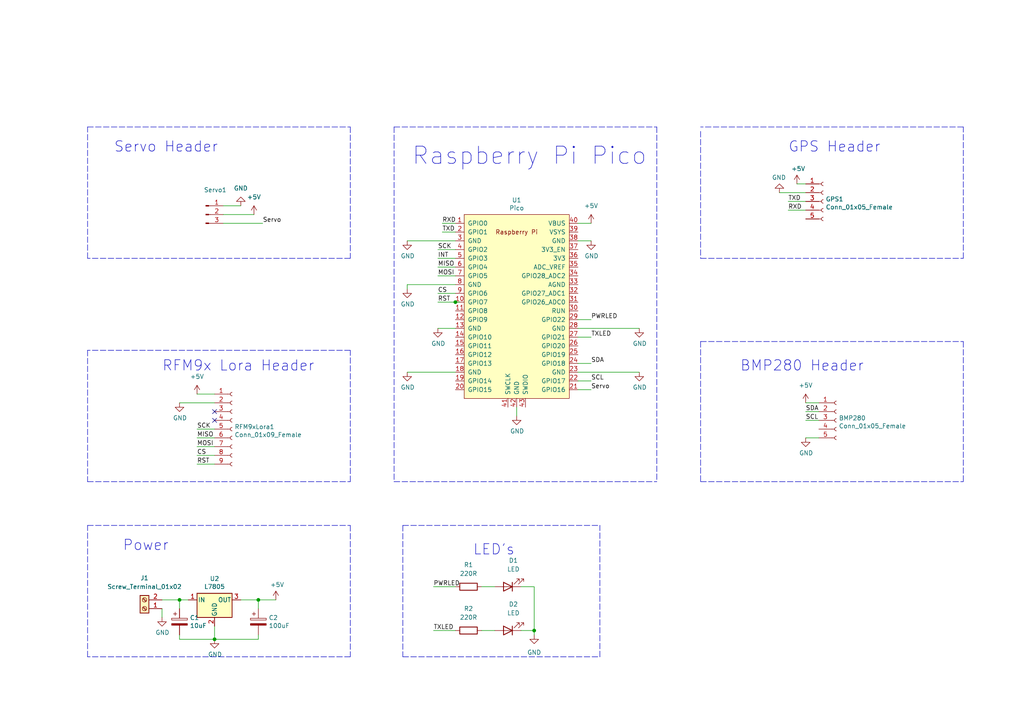
<source format=kicad_sch>
(kicad_sch (version 20211123) (generator eeschema)
  (paper "A4")
  (title_block (title "CanSat Main Board") (date "2022-01-13") (rev "P1") (company "Old Palace School "))
  (lib_symbols
    (symbol "Connector:Conn_01x03_Male" (pin_names (offset 1.016) hide)
      (property "Reference" "J" (at 0 5.08 0))
      (property "Value" "Conn_01x03_Male" (at 0 -5.08 0))
      (symbol "Conn_01x03_Male_1_1"
        (polyline (pts (xy 1.27 -2.54) (xy 0.8636 -2.54)) (stroke (width 0.1524)))
        (polyline (pts (xy 1.27 0) (xy 0.8636 0)) (stroke (width 0.1524)))
        (polyline (pts (xy 1.27 2.54) (xy 0.8636 2.54)) (stroke (width 0.1524)))
        (rectangle (start 0.8636 -2.413) (end 0 -2.667) (stroke (width 0.1524)) (fill (type outline)))
        (rectangle (start 0.8636 0.127) (end 0 -0.127) (stroke (width 0.1524)) (fill (type outline)))
        (rectangle (start 0.8636 2.667) (end 0 2.413) (stroke (width 0.1524)) (fill (type outline)))
        (pin passive line (at 5.08 2.54 180) (length 3.81) (name "Pin_1") (number "1"))
        (pin passive line (at 5.08 0 180) (length 3.81) (name "Pin_2") (number "2"))
        (pin passive line (at 5.08 -2.54 180) (length 3.81) (name "Pin_3") (number "3"))
      )
    )
    (symbol "Connector:Conn_01x05_Female" (pin_names (offset 1.016) hide)
      (property "Reference" "J" (at 0 7.62 0))
      (property "Value" "Conn_01x05_Female" (at 0 -7.62 0))
      (symbol "Conn_01x05_Female_1_1"
        (arc (start 0 -4.572) (mid -0.508 -5.08) (end 0 -5.588) (stroke (width 0.1524)))
        (arc (start 0 -2.032) (mid -0.508 -2.54) (end 0 -3.048) (stroke (width 0.1524)))
        (polyline (pts (xy -1.27 -5.08) (xy -0.508 -5.08)) (stroke (width 0.1524)))
        (polyline (pts (xy -1.27 -2.54) (xy -0.508 -2.54)) (stroke (width 0.1524)))
        (polyline (pts (xy -1.27 0) (xy -0.508 0)) (stroke (width 0.1524)))
        (polyline (pts (xy -1.27 2.54) (xy -0.508 2.54)) (stroke (width 0.1524)))
        (polyline (pts (xy -1.27 5.08) (xy -0.508 5.08)) (stroke (width 0.1524)))
        (arc (start 0 0.508) (mid -0.508 0) (end 0 -0.508) (stroke (width 0.1524)))
        (arc (start 0 3.048) (mid -0.508 2.54) (end 0 2.032) (stroke (width 0.1524)))
        (arc (start 0 5.588) (mid -0.508 5.08) (end 0 4.572) (stroke (width 0.1524)))
        (pin passive line (at -5.08 5.08 0) (length 3.81) (name "Pin_1") (number "1"))
        (pin passive line (at -5.08 2.54 0) (length 3.81) (name "Pin_2") (number "2"))
        (pin passive line (at -5.08 0 0) (length 3.81) (name "Pin_3") (number "3"))
        (pin passive line (at -5.08 -2.54 0) (length 3.81) (name "Pin_4") (number "4"))
        (pin passive line (at -5.08 -5.08 0) (length 3.81) (name "Pin_5") (number "5"))
      )
    )
    (symbol "Connector:Conn_01x09_Female" (pin_names (offset 1.016) hide)
      (property "Reference" "J" (at 0 12.7 0))
      (property "Value" "Conn_01x09_Female" (at 0 -12.7 0))
      (symbol "Conn_01x09_Female_1_1"
        (arc (start 0 -9.652) (mid -0.508 -10.16) (end 0 -10.668) (stroke (width 0.1524)))
        (arc (start 0 -7.112) (mid -0.508 -7.62) (end 0 -8.128) (stroke (width 0.1524)))
        (arc (start 0 -4.572) (mid -0.508 -5.08) (end 0 -5.588) (stroke (width 0.1524)))
        (arc (start 0 -2.032) (mid -0.508 -2.54) (end 0 -3.048) (stroke (width 0.1524)))
        (polyline (pts (xy -1.27 -10.16) (xy -0.508 -10.16)) (stroke (width 0.1524)))
        (polyline (pts (xy -1.27 -7.62) (xy -0.508 -7.62)) (stroke (width 0.1524)))
        (polyline (pts (xy -1.27 -5.08) (xy -0.508 -5.08)) (stroke (width 0.1524)))
        (polyline (pts (xy -1.27 -2.54) (xy -0.508 -2.54)) (stroke (width 0.1524)))
        (polyline (pts (xy -1.27 0) (xy -0.508 0)) (stroke (width 0.1524)))
        (polyline (pts (xy -1.27 2.54) (xy -0.508 2.54)) (stroke (width 0.1524)))
        (polyline (pts (xy -1.27 5.08) (xy -0.508 5.08)) (stroke (width 0.1524)))
        (polyline (pts (xy -1.27 7.62) (xy -0.508 7.62)) (stroke (width 0.1524)))
        (polyline (pts (xy -1.27 10.16) (xy -0.508 10.16)) (stroke (width 0.1524)))
        (arc (start 0 0.508) (mid -0.508 0) (end 0 -0.508) (stroke (width 0.1524)))
        (arc (start 0 3.048) (mid -0.508 2.54) (end 0 2.032) (stroke (width 0.1524)))
        (arc (start 0 5.588) (mid -0.508 5.08) (end 0 4.572) (stroke (width 0.1524)))
        (arc (start 0 8.128) (mid -0.508 7.62) (end 0 7.112) (stroke (width 0.1524)))
        (arc (start 0 10.668) (mid -0.508 10.16) (end 0 9.652) (stroke (width 0.1524)))
        (pin passive line (at -5.08 10.16 0) (length 3.81) (name "Pin_1") (number "1"))
        (pin passive line (at -5.08 7.62 0) (length 3.81) (name "Pin_2") (number "2"))
        (pin passive line (at -5.08 5.08 0) (length 3.81) (name "Pin_3") (number "3"))
        (pin passive line (at -5.08 2.54 0) (length 3.81) (name "Pin_4") (number "4"))
        (pin passive line (at -5.08 0 0) (length 3.81) (name "Pin_5") (number "5"))
        (pin passive line (at -5.08 -2.54 0) (length 3.81) (name "Pin_6") (number "6"))
        (pin passive line (at -5.08 -5.08 0) (length 3.81) (name "Pin_7") (number "7"))
        (pin passive line (at -5.08 -7.62 0) (length 3.81) (name "Pin_8") (number "8"))
        (pin passive line (at -5.08 -10.16 0) (length 3.81) (name "Pin_9") (number "9"))
      )
    )
    (symbol "Connector:Screw_Terminal_01x02" (pin_names (offset 1.016) hide)
      (property "Reference" "J" (at 0 2.54 0))
      (property "Value" "Screw_Terminal_01x02" (at 0 -5.08 0))
      (symbol "Screw_Terminal_01x02_1_1"
        (rectangle (start -1.27 1.27) (end 1.27 -3.81) (stroke (width 0.254)) (fill (type background)))
        (circle (center 0 -2.54) (radius 0.635) (stroke (width 0.1524)))
        (polyline (pts (xy -0.5334 -2.2098) (xy 0.3302 -3.048)) (stroke (width 0.1524)))
        (polyline (pts (xy -0.5334 0.3302) (xy 0.3302 -0.508)) (stroke (width 0.1524)))
        (polyline (pts (xy -0.3556 -2.032) (xy 0.508 -2.8702)) (stroke (width 0.1524)))
        (polyline (pts (xy -0.3556 0.508) (xy 0.508 -0.3302)) (stroke (width 0.1524)))
        (circle (center 0 0) (radius 0.635) (stroke (width 0.1524)))
        (pin passive line (at -5.08 0 0) (length 3.81) (name "Pin_1") (number "1"))
        (pin passive line (at -5.08 -2.54 0) (length 3.81) (name "Pin_2") (number "2"))
      )
    )
    (symbol "Device:CP" (pin_numbers hide) (pin_names (offset 0.254))
      (property "Reference" "C" (at 0.635 2.54 0))
      (property "Value" "Device_CP" (at 0.635 -2.54 0))
      (symbol "CP_0_1"
        (rectangle (start -2.286 0.508) (end 2.286 1.016))
        (polyline (pts (xy -1.778 2.286) (xy -0.762 2.286)))
        (polyline (pts (xy -1.27 2.794) (xy -1.27 1.778)))
        (rectangle (start 2.286 -0.508) (end -2.286 -1.016) (fill (type outline)))
      )
      (symbol "CP_1_1"
        (pin passive line (at 0 3.81 270) (length 2.794) (name "~") (number "1"))
        (pin passive line (at 0 -3.81 90) (length 2.794) (name "~") (number "2"))
      )
    )
    (symbol "Device:LED" (pin_numbers hide) (pin_names (offset 1.016) hide)
      (property "Reference" "D" (at 0 2.54 0))
      (property "Value" "LED" (at 0 -2.54 0))
      (symbol "LED_0_1"
        (polyline (pts (xy -1.27 -1.27) (xy -1.27 1.27)) (stroke (width 0.254)))
        (polyline (pts (xy -1.27 0) (xy 1.27 0)))
        (polyline (pts (xy 1.27 -1.27) (xy 1.27 1.27) (xy -1.27 0) (xy 1.27 -1.27)) (stroke (width 0.254)))
        (polyline (pts (xy -3.048 -0.762) (xy -4.572 -2.286) (xy -3.81 -2.286) (xy -4.572 -2.286) (xy -4.572 -1.524)))
        (polyline (pts (xy -1.778 -0.762) (xy -3.302 -2.286) (xy -2.54 -2.286) (xy -3.302 -2.286) (xy -3.302 -1.524)))
      )
      (symbol "LED_1_1"
        (pin passive line (at -3.81 0 0) (length 2.54) (name "K") (number "1"))
        (pin passive line (at 3.81 0 180) (length 2.54) (name "A") (number "2"))
      )
    )
    (symbol "Device:R" (pin_numbers hide) (pin_names (offset 0))
      (property "Reference" "R" (at 2.032 0 90))
      (property "Value" "R" (at 0 0 90))
      (symbol "R_0_1"
        (rectangle (start -1.016 -2.54) (end 1.016 2.54) (stroke (width 0.254)))
      )
      (symbol "R_1_1"
        (pin passive line (at 0 3.81 270) (length 1.27) (name "~") (number "1"))
        (pin passive line (at 0 -3.81 90) (length 1.27) (name "~") (number "2"))
      )
    )
    (symbol "MCU_RaspberryPi_and_Boards:Pico" (pin_names (offset 1.016))
      (property "Reference" "U" (at -13.97 27.94 0))
      (property "Value" "Pico" (at 0 19.05 0))
      (symbol "Pico_0_0"
        (text "Raspberry Pi" (at 0 21.59 0) (effects (font (size 1.27 1.27))))
      )
      (symbol "Pico_0_1"
        (rectangle (start -15.24 26.67) (end 15.24 -26.67) (fill (type background)))
      )
      (symbol "Pico_1_1"
        (pin bidirectional line (at -17.78 24.13 0) (length 2.54) (name "GPIO0") (number "1"))
        (pin bidirectional line (at -17.78 1.27 0) (length 2.54) (name "GPIO7") (number "10"))
        (pin bidirectional line (at -17.78 -1.27 0) (length 2.54) (name "GPIO8") (number "11"))
        (pin bidirectional line (at -17.78 -3.81 0) (length 2.54) (name "GPIO9") (number "12"))
        (pin power_in line (at -17.78 -6.35 0) (length 2.54) (name "GND") (number "13"))
        (pin bidirectional line (at -17.78 -8.89 0) (length 2.54) (name "GPIO10") (number "14"))
        (pin bidirectional line (at -17.78 -11.43 0) (length 2.54) (name "GPIO11") (number "15"))
        (pin bidirectional line (at -17.78 -13.97 0) (length 2.54) (name "GPIO12") (number "16"))
        (pin bidirectional line (at -17.78 -16.51 0) (length 2.54) (name "GPIO13") (number "17"))
        (pin power_in line (at -17.78 -19.05 0) (length 2.54) (name "GND") (number "18"))
        (pin bidirectional line (at -17.78 -21.59 0) (length 2.54) (name "GPIO14") (number "19"))
        (pin bidirectional line (at -17.78 21.59 0) (length 2.54) (name "GPIO1") (number "2"))
        (pin bidirectional line (at -17.78 -24.13 0) (length 2.54) (name "GPIO15") (number "20"))
        (pin bidirectional line (at 17.78 -24.13 180) (length 2.54) (name "GPIO16") (number "21"))
        (pin bidirectional line (at 17.78 -21.59 180) (length 2.54) (name "GPIO17") (number "22"))
        (pin power_in line (at 17.78 -19.05 180) (length 2.54) (name "GND") (number "23"))
        (pin bidirectional line (at 17.78 -16.51 180) (length 2.54) (name "GPIO18") (number "24"))
        (pin bidirectional line (at 17.78 -13.97 180) (length 2.54) (name "GPIO19") (number "25"))
        (pin bidirectional line (at 17.78 -11.43 180) (length 2.54) (name "GPIO20") (number "26"))
        (pin bidirectional line (at 17.78 -8.89 180) (length 2.54) (name "GPIO21") (number "27"))
        (pin power_in line (at 17.78 -6.35 180) (length 2.54) (name "GND") (number "28"))
        (pin bidirectional line (at 17.78 -3.81 180) (length 2.54) (name "GPIO22") (number "29"))
        (pin power_in line (at -17.78 19.05 0) (length 2.54) (name "GND") (number "3"))
        (pin input line (at 17.78 -1.27 180) (length 2.54) (name "RUN") (number "30"))
        (pin bidirectional line (at 17.78 1.27 180) (length 2.54) (name "GPIO26_ADC0") (number "31"))
        (pin bidirectional line (at 17.78 3.81 180) (length 2.54) (name "GPIO27_ADC1") (number "32"))
        (pin power_in line (at 17.78 6.35 180) (length 2.54) (name "AGND") (number "33"))
        (pin bidirectional line (at 17.78 8.89 180) (length 2.54) (name "GPIO28_ADC2") (number "34"))
        (pin unspecified line (at 17.78 11.43 180) (length 2.54) (name "ADC_VREF") (number "35"))
        (pin unspecified line (at 17.78 13.97 180) (length 2.54) (name "3V3") (number "36"))
        (pin input line (at 17.78 16.51 180) (length 2.54) (name "3V3_EN") (number "37"))
        (pin bidirectional line (at 17.78 19.05 180) (length 2.54) (name "GND") (number "38"))
        (pin unspecified line (at 17.78 21.59 180) (length 2.54) (name "VSYS") (number "39"))
        (pin bidirectional line (at -17.78 16.51 0) (length 2.54) (name "GPIO2") (number "4"))
        (pin unspecified line (at 17.78 24.13 180) (length 2.54) (name "VBUS") (number "40"))
        (pin input line (at -2.54 -29.21 90) (length 2.54) (name "SWCLK") (number "41"))
        (pin power_in line (at 0 -29.21 90) (length 2.54) (name "GND") (number "42"))
        (pin bidirectional line (at 2.54 -29.21 90) (length 2.54) (name "SWDIO") (number "43"))
        (pin bidirectional line (at -17.78 13.97 0) (length 2.54) (name "GPIO3") (number "5"))
        (pin bidirectional line (at -17.78 11.43 0) (length 2.54) (name "GPIO4") (number "6"))
        (pin bidirectional line (at -17.78 8.89 0) (length 2.54) (name "GPIO5") (number "7"))
        (pin power_in line (at -17.78 6.35 0) (length 2.54) (name "GND") (number "8"))
        (pin bidirectional line (at -17.78 3.81 0) (length 2.54) (name "GPIO6") (number "9"))
      )
    )
    (symbol "Regulator_Linear:L7805" (pin_names (offset 0.254))
      (property "Reference" "U" (at -3.81 3.175 0))
      (property "Value" "L7805" (at 0 3.175 0))
      (symbol "L7805_0_1"
        (rectangle (start -5.08 1.905) (end 5.08 -5.08) (stroke (width 0.254)) (fill (type background)))
      )
      (symbol "L7805_1_1"
        (pin power_in line (at -7.62 0 0) (length 2.54) (name "IN") (number "1"))
        (pin power_in line (at 0 -7.62 90) (length 2.54) (name "GND") (number "2"))
        (pin power_out line (at 7.62 0 180) (length 2.54) (name "OUT") (number "3"))
      )
    )
    (symbol "power:+5V" (power) (pin_names (offset 0))
      (property "Value" "+5V" (at 0 3.556 0))
      (symbol "+5V_0_1"
        (polyline (pts (xy -0.762 1.27) (xy 0 2.54)))
        (polyline (pts (xy 0 0) (xy 0 2.54)))
        (polyline (pts (xy 0 2.54) (xy 0.762 1.27)))
      )
      (symbol "+5V_1_1"
        (pin power_in line (at 0 0 90) (length 0) hide (name "+5V") (number "1"))
      )
    )
    (symbol "power:GND" (power) (pin_names (offset 0))
      (property "Value" "GND" (at 0 -3.81 0))
      (symbol "GND_0_1"
        (polyline (pts (xy 0 0) (xy 0 -1.27) (xy 1.27 -1.27) (xy 0 -2.54) (xy -1.27 -1.27) (xy 0 -1.27)))
      )
      (symbol "GND_1_1"
        (pin power_in line (at 0 0 270) (length 0) hide (name "GND") (number "1"))
      )
    )
  )
  (junction (at 154.94 182.88))
  (junction (at 74.93 173.99))
  (junction (at 62.23 185.42))
  (junction (at 52.07 173.99))
  (junction (at 132.08 87.63))
  (no_connect (at 62.23 119.38))
  (no_connect (at 62.23 121.92))
  (polyline (pts (xy 279.4 74.93) (xy 279.4 36.83)))
  (polyline (pts (xy 25.4 74.93) (xy 25.4 36.83)))
  (wire (pts (xy 139.7 170.18) (xy 143.51 170.18)))
  (polyline (pts (xy 101.6 152.4) (xy 101.6 190.5)))
  (wire (pts (xy 237.49 127) (xy 233.68 127)))
  (wire (pts (xy 127 77.47) (xy 132.08 77.47)))
  (polyline (pts (xy 114.3 36.83) (xy 190.5 36.83)))
  (wire (pts (xy 62.23 129.54) (xy 57.15 129.54)))
  (wire (pts (xy 118.11 82.55) (xy 132.08 82.55)))
  (polyline (pts (xy 25.4 101.6) (xy 25.4 139.7)))
  (wire (pts (xy 64.77 62.23) (xy 73.66 62.23)))
  (wire (pts (xy 74.93 173.99) (xy 80.01 173.99)))
  (wire (pts (xy 74.93 185.42) (xy 62.23 185.42)))
  (wire (pts (xy 233.68 55.88) (xy 226.06 55.88)))
  (wire (pts (xy 46.99 173.99) (xy 52.07 173.99)))
  (wire (pts (xy 46.99 176.53) (xy 46.99 179.07)))
  (wire (pts (xy 139.7 182.88) (xy 143.51 182.88)))
  (polyline (pts (xy 203.2 99.06) (xy 279.4 99.06)))
  (wire (pts (xy 167.64 92.71) (xy 171.45 92.71)))
  (polyline (pts (xy 190.5 36.83) (xy 190.5 139.7)))
  (wire (pts (xy 237.49 116.84) (xy 233.68 116.84)))
  (wire (pts (xy 237.49 119.38) (xy 233.68 119.38)))
  (wire (pts (xy 233.68 60.96) (xy 228.6 60.96)))
  (wire (pts (xy 69.85 173.99) (xy 74.93 173.99)))
  (polyline (pts (xy 114.3 139.7) (xy 190.5 139.7)))
  (wire (pts (xy 125.73 182.88) (xy 132.08 182.88)))
  (polyline (pts (xy 203.2 74.93) (xy 279.4 74.93)))
  (wire (pts (xy 151.13 182.88) (xy 154.94 182.88)))
  (wire (pts (xy 127 85.09) (xy 132.08 85.09)))
  (wire (pts (xy 52.07 173.99) (xy 54.61 173.99)))
  (wire (pts (xy 62.23 116.84) (xy 52.07 116.84)))
  (wire (pts (xy 167.64 107.95) (xy 185.42 107.95)))
  (polyline (pts (xy 25.4 139.7) (xy 101.6 139.7)))
  (wire (pts (xy 237.49 121.92) (xy 233.68 121.92)))
  (polyline (pts (xy 114.3 36.83) (xy 114.3 139.7)))
  (wire (pts (xy 167.64 64.77) (xy 171.45 64.77)))
  (wire (pts (xy 62.23 181.61) (xy 62.23 185.42)))
  (polyline (pts (xy 25.4 190.5) (xy 25.4 152.4)))
  (wire (pts (xy 167.64 97.79) (xy 171.45 97.79)))
  (wire (pts (xy 118.11 69.85) (xy 132.08 69.85)))
  (polyline (pts (xy 173.99 190.5) (xy 173.99 152.4)))
  (wire (pts (xy 167.64 110.49) (xy 171.45 110.49)))
  (polyline (pts (xy 25.4 152.4) (xy 101.6 152.4)))
  (polyline (pts (xy 279.4 99.06) (xy 279.4 139.7)))
  (wire (pts (xy 64.77 64.77) (xy 76.2 64.77)))
  (wire (pts (xy 52.07 185.42) (xy 62.23 185.42)))
  (wire (pts (xy 149.86 118.11) (xy 149.86 120.65)))
  (polyline (pts (xy 203.2 38.1) (xy 203.2 74.93)))
  (wire (pts (xy 62.23 127) (xy 57.15 127)))
  (polyline (pts (xy 25.4 36.83) (xy 101.6 36.83)))
  (wire (pts (xy 132.08 87.63) (xy 133.35 87.63)))
  (wire (pts (xy 64.77 59.69) (xy 69.85 59.69)))
  (wire (pts (xy 127 95.25) (xy 132.08 95.25)))
  (polyline (pts (xy 203.2 99.06) (xy 203.2 139.7)))
  (polyline (pts (xy 279.4 36.83) (xy 203.2 36.83)))
  (wire (pts (xy 57.15 134.62) (xy 62.23 134.62)))
  (polyline (pts (xy 101.6 74.93) (xy 25.4 74.93)))
  (wire (pts (xy 167.64 69.85) (xy 171.45 69.85)))
  (wire (pts (xy 127 80.01) (xy 132.08 80.01)))
  (wire (pts (xy 74.93 184.15) (xy 74.93 185.42)))
  (wire (pts (xy 62.23 132.08) (xy 57.15 132.08)))
  (wire (pts (xy 154.94 170.18) (xy 154.94 182.88)))
  (wire (pts (xy 127 87.63) (xy 132.08 87.63)))
  (wire (pts (xy 125.73 170.18) (xy 132.08 170.18)))
  (wire (pts (xy 118.11 82.55) (xy 118.11 83.82)))
  (wire (pts (xy 233.68 53.34) (xy 231.14 53.34)))
  (wire (pts (xy 154.94 182.88) (xy 154.94 184.15)))
  (wire (pts (xy 167.64 113.03) (xy 171.45 113.03)))
  (wire (pts (xy 74.93 173.99) (xy 74.93 176.53)))
  (wire (pts (xy 52.07 176.53) (xy 52.07 173.99)))
  (wire (pts (xy 128.27 64.77) (xy 132.08 64.77)))
  (wire (pts (xy 62.23 124.46) (xy 57.15 124.46)))
  (polyline (pts (xy 101.6 190.5) (xy 25.4 190.5)))
  (wire (pts (xy 118.11 107.95) (xy 132.08 107.95)))
  (polyline (pts (xy 101.6 36.83) (xy 101.6 74.93)))
  (wire (pts (xy 151.13 170.18) (xy 154.94 170.18)))
  (polyline (pts (xy 101.6 139.7) (xy 101.6 101.6)))
  (wire (pts (xy 167.64 95.25) (xy 185.42 95.25)))
  (polyline (pts (xy 116.84 152.4) (xy 173.99 152.4)))
  (wire (pts (xy 128.27 67.31) (xy 132.08 67.31)))
  (wire (pts (xy 167.64 105.41) (xy 171.45 105.41)))
  (wire (pts (xy 233.68 58.42) (xy 228.6 58.42)))
  (wire (pts (xy 127 72.39) (xy 132.08 72.39)))
  (polyline (pts (xy 116.84 152.4) (xy 116.84 190.5)))
  (polyline (pts (xy 116.84 190.5) (xy 173.99 190.5)))
  (wire (pts (xy 62.23 114.3) (xy 57.15 114.3)))
  (wire (pts (xy 52.07 184.15) (xy 52.07 185.42)))
  (polyline (pts (xy 101.6 101.6) (xy 25.4 101.6)))
  (polyline (pts (xy 203.2 139.7) (xy 279.4 139.7)))
  (wire (pts (xy 127 74.93) (xy 132.08 74.93)))
  (text "Raspberry Pi Pico" (at 119.38 48.26 0) (effects (font (size 5.0038 5.0038)) (justify left bottom)))
  (text "BMP280 Header" (at 214.63 107.95 0) (effects (font (size 2.9972 2.9972)) (justify left bottom)))
  (text "GPS Header" (at 228.6 44.45 0) (effects (font (size 2.9972 2.9972)) (justify left bottom)))
  (text "Servo Header" (at 33.02 44.45 0) (effects (font (size 2.9972 2.9972)) (justify left bottom)))
  (text "RFM9x Lora Header" (at 46.99 107.95 0) (effects (font (size 2.9972 2.9972)) (justify left bottom)))
  (text "LED's" (at 137.16 161.29 0) (effects (font (size 2.9972 2.9972)) (justify left bottom)))
  (text "Power" (at 35.56 160.02 0) (effects (font (size 2.9972 2.9972)) (justify left bottom)))
  (label "CS" (at 57.15 132.08 0))
  (label "Servo" (at 76.2 64.77 0))
  (label "TXD" (at 228.6 58.42 0))
  (label "INT" (at 127 74.93 0))
  (label "SDA" (at 233.68 119.38 0))
  (label "PWRLED" (at 125.73 170.18 0))
  (label "CS" (at 127 85.09 0))
  (label "MOSI" (at 127 80.01 0))
  (label "SCL" (at 171.45 110.49 0))
  (label "RXD" (at 128.27 64.77 0))
  (label "MOSI" (at 57.15 129.54 0))
  (label "MISO" (at 127 77.47 0))
  (label "MISO" (at 57.15 127 0))
  (label "SCL" (at 233.68 121.92 0))
  (label "RST" (at 57.15 134.62 0))
  (label "TXLED" (at 125.73 182.88 0))
  (label "RST" (at 127 87.63 0))
  (label "TXD" (at 128.27 67.31 0))
  (label "Servo" (at 171.45 113.03 0))
  (label "TXLED" (at 171.45 97.79 0))
  (label "RXD" (at 228.6 60.96 0))
  (label "SCK" (at 57.15 124.46 0))
  (label "PWRLED" (at 171.45 92.71 0))
  (label "SDA" (at 171.45 105.41 0))
  (label "SCK" (at 127 72.39 0))
  (symbol (lib_id "MCU_RaspberryPi_and_Boards:Pico") (at 149.86 88.9 0) (unit 1)
    (property "Reference" "U1" (at 149.86 58.039 0))
    (property "Value" "Pico" (at 149.86 60.3504 0))
    (property "Footprint" "MCU_RaspberryPi_and_Boards:RPi_Pico_SMD_TH" (effects hide))
  )
  (symbol (lib_id "Connector:Conn_01x05_Female") (at 242.57 121.92 0) (unit 1)
    (property "Reference" "BMP280" (at 243.2812 121.2596 0) (effects (justify left)))
    (property "Value" "Conn_01x05_Female" (at 243.2812 123.571 0) (effects (justify left)))
    (property "Footprint" "Connector_PinSocket_2.54mm:PinSocket_1x05_P2.54mm_Vertical" (effects hide))
  )
  (symbol (lib_id "Connector:Conn_01x09_Female") (at 67.31 124.46 0) (unit 1)
    (property "Reference" "RFM9xLora1" (at 68.0212 123.7996 0) (effects (justify left)))
    (property "Value" "Conn_01x09_Female" (at 68.0212 126.111 0) (effects (justify left)))
    (property "Footprint" "Connector_PinSocket_2.54mm:PinSocket_1x09_P2.54mm_Vertical" (effects hide))
  )
  (symbol (lib_id "Connector:Conn_01x05_Female") (at 238.76 58.42 0) (unit 1)
    (property "Reference" "GPS1" (at 239.4712 57.7596 0) (effects (justify left)))
    (property "Value" "Conn_01x05_Female" (at 239.4712 60.071 0) (effects (justify left)))
    (property "Footprint" "Connector_PinSocket_2.54mm:PinSocket_1x05_P2.54mm_Vertical" (effects hide))
  )
  (symbol (lib_id "Connector:Conn_01x03_Male") (at 59.69 62.23 0) (unit 1)
    (property "Reference" "Servo1" (at 62.4332 55.0926 0))
    (property "Value" "Conn_01x03_Male" (effects hide))
    (property "Footprint" "Connector_PinSocket_2.54mm:PinSocket_1x03_P2.54mm_Vertical" (effects hide))
  )
  (symbol (lib_id "power:GND") (at 233.68 127 0) (unit 1)
    (property "Reference" "#PWR0102" (effects hide))
    (property "Value" "GND" (at 233.807 131.3942 0))
  )
  (symbol (lib_id "power:GND") (at 226.06 55.88 180) (unit 1)
    (property "Reference" "#PWR0103" (effects hide))
    (property "Value" "GND" (at 225.933 51.4858 0))
  )
  (symbol (lib_id "power:+5V") (at 231.14 53.34 0) (unit 1)
    (property "Reference" "#PWR0104" (effects hide))
    (property "Value" "+5V" (at 231.521 48.9458 0))
  )
  (symbol (lib_id "power:GND") (at 52.07 116.84 0) (unit 1)
    (property "Reference" "#PWR0101" (effects hide))
    (property "Value" "GND" (at 52.197 121.2342 0))
  )
  (symbol (lib_id "power:GND") (at 171.45 69.85 0) (unit 1)
    (property "Reference" "#PWR0105" (effects hide))
    (property "Value" "GND" (at 171.577 74.2442 0))
  )
  (symbol (lib_id "power:GND") (at 185.42 95.25 0) (unit 1)
    (property "Reference" "#PWR0106" (effects hide))
    (property "Value" "GND" (at 185.547 99.6442 0))
  )
  (symbol (lib_id "power:GND") (at 185.42 107.95 0) (unit 1)
    (property "Reference" "#PWR0107" (effects hide))
    (property "Value" "GND" (at 185.547 112.3442 0))
  )
  (symbol (lib_id "power:GND") (at 149.86 120.65 0) (unit 1)
    (property "Reference" "#PWR0108" (effects hide))
    (property "Value" "GND" (at 149.987 125.0442 0))
  )
  (symbol (lib_id "power:GND") (at 118.11 107.95 0) (unit 1)
    (property "Reference" "#PWR0109" (effects hide))
    (property "Value" "GND" (at 118.237 112.3442 0))
  )
  (symbol (lib_id "power:GND") (at 127 95.25 0) (unit 1)
    (property "Reference" "#PWR0110" (effects hide))
    (property "Value" "GND" (at 127.127 99.6442 0))
  )
  (symbol (lib_id "power:GND") (at 118.11 83.82 0) (unit 1)
    (property "Reference" "#PWR0111" (effects hide))
    (property "Value" "GND" (at 118.237 88.2142 0))
  )
  (symbol (lib_id "power:GND") (at 118.11 69.85 0) (unit 1)
    (property "Reference" "#PWR0112" (effects hide))
    (property "Value" "GND" (at 118.237 74.2442 0))
  )
  (symbol (lib_id "Regulator_Linear:L7805") (at 62.23 173.99 0) (unit 1)
    (property "Reference" "U2" (at 62.23 167.8432 0))
    (property "Value" "L7805" (at 62.23 170.1546 0))
    (property "Footprint" "Package_TO_SOT_THT:TO-220-3_Vertical" (effects hide))
    (property "Datasheet" "http://www.st.com/content/ccc/resource/technical/document/datasheet/41/4f/b3/b0/12/d4/47/88/CD00000444.pdf/files/CD00000444.pdf/jcr:content/translations/en.CD00000444.pdf" (effects hide))
  )
  (symbol (lib_id "Device:CP") (at 52.07 180.34 0) (unit 1)
    (property "Reference" "C1" (at 55.0672 179.1716 0) (effects (justify left)))
    (property "Value" "10uF" (at 55.0672 181.483 0) (effects (justify left)))
    (property "Footprint" "Capacitor_THT:C_Radial_D6.3mm_H7.0mm_P2.50mm" (effects hide))
  )
  (symbol (lib_id "Device:CP") (at 74.93 180.34 0) (unit 1)
    (property "Reference" "C2" (at 77.9272 179.1716 0) (effects (justify left)))
    (property "Value" "100uF" (at 77.9272 181.483 0) (effects (justify left)))
    (property "Footprint" "Capacitor_THT:C_Radial_D6.3mm_H7.0mm_P2.50mm" (effects hide))
  )
  (symbol (lib_id "power:GND") (at 62.23 185.42 0) (unit 1)
    (property "Reference" "#PWR0116" (effects hide))
    (property "Value" "GND" (at 62.357 189.8142 0))
  )
  (symbol (lib_id "power:+5V") (at 80.01 173.99 0) (unit 1)
    (property "Reference" "#PWR0117" (effects hide))
    (property "Value" "+5V" (at 80.391 169.5958 0))
  )
  (symbol (lib_id "power:+5V") (at 233.68 116.84 0) (unit 1)
    (property "Reference" "#PWR0121" (effects hide))
    (property "Value" "+5V" (at 233.68 111.76 0))
  )
  (symbol (lib_id "power:GND") (at 69.85 59.69 180) (unit 1)
    (property "Reference" "#PWR0118" (effects hide))
    (property "Value" "GND" (at 69.85 54.61 0))
  )
  (symbol (lib_id "power:+5V") (at 171.45 64.77 0) (unit 1)
    (property "Reference" "#PWR0113" (effects hide))
    (property "Value" "+5V" (at 171.45 59.69 0))
  )
  (symbol (lib_id "Device:R") (at 135.89 170.18 90) (unit 1)
    (property "Reference" "R1" (at 135.89 163.83 90))
    (property "Value" "220R" (at 135.89 166.37 90))
    (property "Footprint" "Resistor_THT:R_Axial_DIN0207_L6.3mm_D2.5mm_P7.62mm_Horizontal" (effects hide))
  )
  (symbol (lib_id "power:GND") (at 46.99 179.07 0) (unit 1)
    (property "Reference" "#PWR0115" (effects hide))
    (property "Value" "GND" (at 47.117 183.4642 0))
  )
  (symbol (lib_id "power:+5V") (at 57.15 114.3 0) (unit 1)
    (property "Reference" "#PWR0114" (effects hide))
    (property "Value" "+5V" (at 57.15 109.22 0))
  )
  (symbol (lib_id "Connector:Screw_Terminal_01x02") (at 41.91 176.53 180) (unit 1)
    (property "Reference" "J1" (at 41.91 167.64 0))
    (property "Value" "Screw_Terminal_01x02" (at 41.91 170.18 0))
    (property "Footprint" "TerminalBlock_Phoenix:TerminalBlock_Phoenix_MKDS-1,5-2_1x02_P5.00mm_Horizontal" (effects hide))
  )
  (symbol (lib_id "power:+5V") (at 73.66 62.23 0) (unit 1)
    (property "Reference" "#PWR0119" (effects hide))
    (property "Value" "+5V" (at 73.66 57.15 0))
  )
  (symbol (lib_id "power:GND") (at 154.94 184.15 0) (unit 1)
    (property "Reference" "#PWR0120" (effects hide))
    (property "Value" "GND" (at 154.94 189.23 0))
  )
  (symbol (lib_id "Device:LED") (at 147.32 182.88 180) (unit 1)
    (property "Reference" "D2" (at 148.9075 175.26 0))
    (property "Value" "LED" (at 148.9075 177.8 0))
    (property "Footprint" "LED_THT:LED_D3.0mm" (effects hide))
  )
  (symbol (lib_id "Device:LED") (at 147.32 170.18 180) (unit 1)
    (property "Reference" "D1" (at 148.9075 162.56 0))
    (property "Value" "LED" (at 148.9075 165.1 0))
    (property "Footprint" "LED_THT:LED_D3.0mm" (effects hide))
  )
  (symbol (lib_id "Device:R") (at 135.89 182.88 90) (unit 1)
    (property "Reference" "R2" (at 135.89 176.53 90))
    (property "Value" "220R" (at 135.89 179.07 90))
    (property "Footprint" "Resistor_THT:R_Axial_DIN0207_L6.3mm_D2.5mm_P7.62mm_Horizontal" (effects hide))
  )
)
</source>
